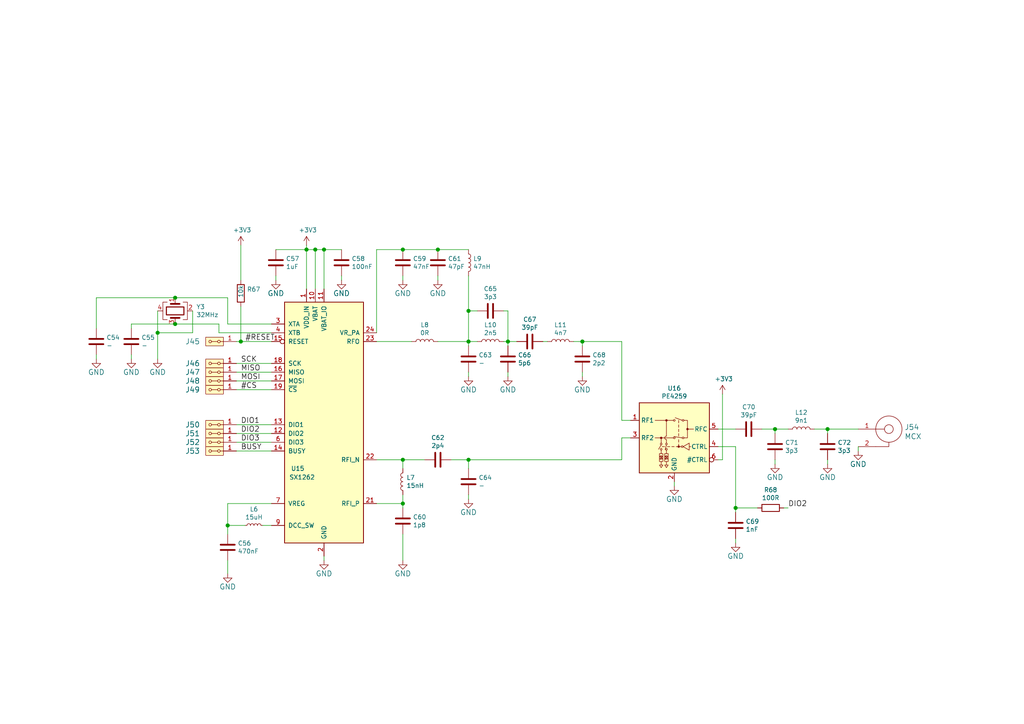
<source format=kicad_sch>
(kicad_sch (version 20231120) (generator "eeschema") (generator_version "8.0")
  (paper "A4")
  (lib_symbols
    (symbol "Device:C" (pin_numbers hide) (pin_names (offset 0.254))
      (property "Reference" "C" (at 0.635 2.54 0))
      (property "Value" "C" (at 0.635 -2.54 0))
      (symbol "C_0_1"
        (polyline (pts (xy -2.032 -0.762) (xy 2.032 -0.762)) (stroke (width 0.508)))
        (polyline (pts (xy -2.032 0.762) (xy 2.032 0.762)) (stroke (width 0.508)))
      )
      (symbol "C_1_1"
        (pin passive line (at 0 3.81 270) (length 2.794) (name "~") (number "1"))
        (pin passive line (at 0 -3.81 90) (length 2.794) (name "~") (number "2"))
      )
    )
    (symbol "Device:R" (pin_numbers hide) (pin_names (offset 0))
      (property "Reference" "R" (at 2.032 0 90))
      (property "Value" "R" (at 0 0 90))
      (symbol "R_0_1"
        (rectangle (start -1.016 -2.54) (end 1.016 2.54) (stroke (width 0.254)))
      )
      (symbol "R_1_1"
        (pin passive line (at 0 3.81 270) (length 1.27) (name "~") (number "1"))
        (pin passive line (at 0 -3.81 90) (length 1.27) (name "~") (number "2"))
      )
    )
    (symbol "ISM02A-rescue:C-Device-ISM02A-rescue" (pin_numbers hide) (pin_names (offset 0.254))
      (property "Reference" "C" (at 0.635 2.54 0))
      (property "Value" "C-Device-ISM02A-rescue" (at 0.635 -2.54 0))
      (symbol "C-Device-ISM02A-rescue_0_1"
        (polyline (pts (xy -2.032 -0.762) (xy 2.032 -0.762)) (stroke (width 0.508)))
        (polyline (pts (xy -2.032 0.762) (xy 2.032 0.762)) (stroke (width 0.508)))
      )
      (symbol "C-Device-ISM02A-rescue_1_1"
        (pin passive line (at 0 3.81 270) (length 2.794) (name "~") (number "1"))
        (pin passive line (at 0 -3.81 90) (length 2.794) (name "~") (number "2"))
      )
    )
    (symbol "ISM02A-rescue:Crystal_GND24-Device-ISM02A-rescue" (pin_names (offset 1.016) hide)
      (property "Reference" "Y" (at 3.175 5.08 0))
      (property "Value" "Crystal_GND24-Device-ISM02A-rescue" (at 3.175 3.175 0))
      (symbol "Crystal_GND24-Device-ISM02A-rescue_0_1"
        (rectangle (start -1.143 2.54) (end 1.143 -2.54) (stroke (width 0.3048)))
        (polyline (pts (xy -2.54 0) (xy -2.032 0)))
        (polyline (pts (xy -2.032 -1.27) (xy -2.032 1.27)) (stroke (width 0.508)))
        (polyline (pts (xy 0 -3.81) (xy 0 -3.556)))
        (polyline (pts (xy 0 3.556) (xy 0 3.81)))
        (polyline (pts (xy 2.032 -1.27) (xy 2.032 1.27)) (stroke (width 0.508)))
        (polyline (pts (xy 2.032 0) (xy 2.54 0)))
        (polyline (pts (xy -2.54 -2.286) (xy -2.54 -3.556) (xy 2.54 -3.556) (xy 2.54 -2.286)))
        (polyline (pts (xy -2.54 2.286) (xy -2.54 3.556) (xy 2.54 3.556) (xy 2.54 2.286)))
      )
      (symbol "Crystal_GND24-Device-ISM02A-rescue_1_1"
        (pin passive line (at -3.81 0 0) (length 1.27) (name "1") (number "1"))
        (pin passive line (at 0 5.08 270) (length 1.27) (name "2") (number "2"))
        (pin passive line (at 3.81 0 180) (length 1.27) (name "3") (number "3"))
        (pin passive line (at 0 -5.08 90) (length 1.27) (name "4") (number "4"))
      )
    )
    (symbol "ISM02A-rescue:HEADER_2x01_PARALLEL-MLAB_HEADER" (pin_names (offset 1.016))
      (property "Reference" "J" (at 0 -2.54 0))
      (property "Value" "HEADER_2x01_PARALLEL-MLAB_HEADER" (at 0 2.54 0))
      (symbol "HEADER_2x01_PARALLEL-MLAB_HEADER_0_1"
        (rectangle (start -2.54 1.27) (end 2.54 -1.27) (fill (type background)))
        (circle (center -1.27 0) (radius 0.381))
        (polyline (pts (xy -1.651 0) (xy -2.54 0)))
        (polyline (pts (xy -0.889 0) (xy 0.889 0)))
        (circle (center 1.27 0) (radius 0.381))
      )
      (symbol "HEADER_2x01_PARALLEL-MLAB_HEADER_1_1"
        (pin input line (at -6.35 0 0) (length 3.81) (name "~") (number "1"))
        (pin input line (at -6.35 0 0) (length 3.81) hide (name "~") (number "2"))
      )
    )
    (symbol "ISM02A-rescue:L-Device-ISM02A-rescue" (pin_numbers hide) (pin_names (offset 1.016) hide)
      (property "Reference" "L" (at -1.27 0 90))
      (property "Value" "L-Device-ISM02A-rescue" (at 1.905 0 90))
      (symbol "L-Device-ISM02A-rescue_0_1"
        (arc (start 0 -2.54) (mid 0.6323 -1.905) (end 0 -1.27))
        (arc (start 0 -1.27) (mid 0.6323 -0.635) (end 0 0))
        (arc (start 0 0) (mid 0.6323 0.635) (end 0 1.27))
        (arc (start 0 1.27) (mid 0.6323 1.905) (end 0 2.54))
      )
      (symbol "L-Device-ISM02A-rescue_1_1"
        (pin passive line (at 0 3.81 270) (length 1.27) (name "1") (number "1"))
        (pin passive line (at 0 -3.81 90) (length 1.27) (name "2") (number "2"))
      )
    )
    (symbol "ISM02A-rescue:L_Small-Device-ISM02A-rescue" (pin_numbers hide) (pin_names (offset 0.254) hide)
      (property "Reference" "L" (at 0.762 1.016 0))
      (property "Value" "L_Small-Device-ISM02A-rescue" (at 0.762 -1.016 0))
      (symbol "L_Small-Device-ISM02A-rescue_0_1"
        (arc (start 0 -2.032) (mid 0.5058 -1.524) (end 0 -1.016))
        (arc (start 0 -1.016) (mid 0.5058 -0.508) (end 0 0))
        (arc (start 0 0) (mid 0.5058 0.508) (end 0 1.016))
        (arc (start 0 1.016) (mid 0.5058 1.524) (end 0 2.032))
      )
      (symbol "L_Small-Device-ISM02A-rescue_1_1"
        (pin passive line (at 0 2.54 270) (length 0.508) (name "~") (number "1"))
        (pin passive line (at 0 -2.54 90) (length 0.508) (name "~") (number "2"))
      )
    )
    (symbol "ISM02A-rescue:R-Device-ISM02A-rescue" (pin_numbers hide) (pin_names (offset 0))
      (property "Reference" "R" (at 2.032 0 90))
      (property "Value" "R-Device-ISM02A-rescue" (at 0 0 90))
      (symbol "R-Device-ISM02A-rescue_0_1"
        (rectangle (start -1.016 -2.54) (end 1.016 2.54) (stroke (width 0.254)))
      )
      (symbol "R-Device-ISM02A-rescue_1_1"
        (pin passive line (at 0 3.81 270) (length 1.27) (name "~") (number "1"))
        (pin passive line (at 0 -3.81 90) (length 1.27) (name "~") (number "2"))
      )
    )
    (symbol "ISM02A-rescue:SMA-MLAB_CONNECTORS" (pin_names (offset 1.016))
      (property "Reference" "J" (at 0 5.08 0))
      (property "Value" "SMA-MLAB_CONNECTORS" (at 3.81 -5.08 0))
      (symbol "SMA-MLAB_CONNECTORS_0_1"
        (polyline (pts (xy -1.27 0) (xy -3.81 0)))
        (polyline (pts (xy 0 -3.81) (xy 0 -5.08) (xy -3.81 -5.08)))
        (circle (center 0 0) (radius 1.27))
        (circle (center 0 0) (radius 3.81))
      )
      (symbol "SMA-MLAB_CONNECTORS_1_1"
        (pin unspecified line (at -8.89 0 0) (length 5.08) (name "~") (number "1"))
        (pin unspecified line (at -8.89 -5.08 0) (length 5.08) (name "~") (number "2"))
      )
    )
    (symbol "ISM02A-rescue:SX1262-MLAB_IO-ISM02A-rescue" (pin_names (offset 1.016))
      (property "Reference" "U" (at -15.24 25.4 0))
      (property "Value" "SX1262-MLAB_IO-ISM02A-rescue" (at -15.24 22.86 0))
      (symbol "SX1262-MLAB_IO-ISM02A-rescue_0_1"
        (rectangle (start -11.43 21.59) (end 11.43 -48.26) (stroke (width 0.254)) (fill (type background)))
      )
      (symbol "SX1262-MLAB_IO-ISM02A-rescue_1_1"
        (pin power_in line (at -5.08 25.4 270) (length 3.81) (name "VDD_IN") (number "1"))
        (pin power_in line (at -2.54 25.4 270) (length 3.81) (name "VBAT") (number "10"))
        (pin power_in line (at 0 25.4 270) (length 3.81) (name "VBAT_IO") (number "11"))
        (pin bidirectional line (at -15.24 -16.51 0) (length 3.81) (name "DIO2") (number "12"))
        (pin bidirectional line (at -15.24 -13.97 0) (length 3.81) (name "DIO1") (number "13"))
        (pin passive line (at -15.24 -21.59 0) (length 3.81) (name "BUSY") (number "14"))
        (pin input inverted (at -15.24 10.16 0) (length 3.81) (name "RESET") (number "15"))
        (pin output line (at -15.24 1.27 0) (length 3.81) (name "MISO") (number "16"))
        (pin input line (at -15.24 -1.27 0) (length 3.81) (name "MOSI") (number "17"))
        (pin input line (at -15.24 3.81 0) (length 3.81) (name "SCK") (number "18"))
        (pin input line (at -15.24 -3.81 0) (length 3.81) (name "~{CS}") (number "19"))
        (pin power_in line (at 0 -52.07 90) (length 3.81) (name "GND") (number "2"))
        (pin passive line (at 0 -52.07 90) (length 3.81) hide (name "GND") (number "20"))
        (pin input line (at 15.24 -36.83 180) (length 3.81) (name "RFI_P") (number "21"))
        (pin input line (at 15.24 -24.13 180) (length 3.81) (name "RFI_N") (number "22"))
        (pin output line (at 15.24 10.16 180) (length 3.81) (name "RFO") (number "23"))
        (pin unspecified line (at 15.24 12.7 180) (length 3.81) (name "VR_PA") (number "24"))
        (pin power_in line (at 0 -52.07 90) (length 3.81) hide (name "GND") (number "25"))
        (pin bidirectional line (at -15.24 15.24 0) (length 3.81) (name "XTA") (number "3"))
        (pin bidirectional line (at -15.24 12.7 0) (length 3.81) (name "XTB") (number "4"))
        (pin passive line (at 0 -52.07 90) (length 3.81) hide (name "GND") (number "5"))
        (pin bidirectional line (at -15.24 -19.05 0) (length 3.81) (name "DIO3") (number "6"))
        (pin passive line (at -15.24 -36.83 0) (length 3.81) (name "VREG") (number "7"))
        (pin passive line (at 0 -52.07 90) (length 3.81) hide (name "GND") (number "8"))
        (pin passive line (at -15.24 -43.18 0) (length 3.81) (name "DCC_SW") (number "9"))
      )
    )
    (symbol "MLAB_IO:PE4259"
      (property "Reference" "U" (at -10.16 11.43 0))
      (property "Value" "PE4259" (at 1.27 11.43 0))
      (symbol "PE4259_0_0"
        (rectangle (start -10.16 10.16) (end 10.16 -10.16) (stroke (width 0.254)) (fill (type background)))
        (circle (center -3.81 2.54) (radius 0.254) (fill (type outline)))
        (circle (center -2.286 -2.54) (radius 0.254))
        (circle (center -1.27 -2.54) (radius 0.254) (fill (type outline)))
        (polyline (pts (xy -4.318 -2.54) (xy -4.826 -2.54)))
        (polyline (pts (xy -3.81 2.54) (xy -5.588 2.54)))
        (polyline (pts (xy -1.27 -2.54) (xy -1.27 -1.778)))
        (polyline (pts (xy -1.27 -1.27) (xy -1.27 -0.508)))
        (polyline (pts (xy -1.27 1.27) (xy -1.27 0.508)))
        (polyline (pts (xy -1.27 2.54) (xy -1.27 1.778)))
        (polyline (pts (xy -1.27 3.81) (xy -1.27 3.048)))
        (polyline (pts (xy -1.27 5.08) (xy -1.27 4.318)))
        (polyline (pts (xy -0.508 -2.54) (xy -2.032 -2.54)))
        (polyline (pts (xy 0 -2.54) (xy 0.762 -2.54)))
        (polyline (pts (xy 0.254 0) (xy 5.588 0)))
        (polyline (pts (xy 0.254 5.08) (xy 5.588 5.08)))
        (polyline (pts (xy 2.032 -2.54) (xy 1.27 -2.54)))
        (polyline (pts (xy 2.286 0.508) (xy 2.286 5.08)))
        (polyline (pts (xy 3.556 -2.54) (xy 2.794 -2.54)))
        (polyline (pts (xy -4.318 -1.524) (xy -4.318 -3.556) (xy -2.54 -2.54) (xy -4.318 -1.524)))
        (polyline (pts (xy -2.794 0) (xy -3.81 0) (xy -3.81 5.08) (xy -2.794 5.08)))
        (arc (start 2.286 -0.508) (mid 2.7918 0) (end 2.286 0.508))
        (text "50" (at 2.286 -5.715 900) (effects (font (size 0.635 0.635))))
        (text "50" (at 3.81 -5.715 900) (effects (font (size 0.635 0.635))))
      )
      (symbol "PE4259_0_1"
        (circle (center -2.54 0) (radius 0.254))
        (circle (center -2.54 5.08) (radius 0.254))
        (polyline (pts (xy -2.286 0) (xy 0.127 0.381)))
        (polyline (pts (xy -2.286 5.08) (xy -0.254 5.842)))
        (polyline (pts (xy 2.286 -3.556) (xy 2.286 -4.572)))
        (polyline (pts (xy 2.286 -2.032) (xy 2.667 -3.429)))
        (polyline (pts (xy 2.286 -0.508) (xy 2.286 -1.524)))
        (polyline (pts (xy 3.81 -3.556) (xy 3.81 -4.572)))
        (polyline (pts (xy 3.81 -2.032) (xy 4.572 -3.302)))
        (polyline (pts (xy 3.81 0) (xy 3.81 -1.524)))
        (polyline (pts (xy 2.286 -6.858) (xy 2.286 -7.874) (xy 1.778 -7.874) (xy 2.286 -8.636) (xy 2.794 -7.874) (xy 2.286 -7.874)))
        (polyline (pts (xy 3.81 -6.858) (xy 3.81 -7.874) (xy 3.302 -7.874) (xy 3.81 -8.636) (xy 4.318 -7.874) (xy 3.81 -7.874)))
        (circle (center 0 0) (radius 0.254))
        (circle (center 0 5.08) (radius 0.254))
        (rectangle (start 1.778 -4.572) (end 2.794 -6.858))
        (circle (center 2.286 -3.302) (radius 0.254))
        (circle (center 2.286 -1.778) (radius 0.254))
        (circle (center 2.286 5.08) (radius 0.254) (fill (type outline)))
        (rectangle (start 3.302 -4.572) (end 4.318 -6.858))
        (circle (center 3.81 -3.302) (radius 0.254))
        (circle (center 3.81 -1.778) (radius 0.254))
        (circle (center 3.81 0) (radius 0.254) (fill (type outline)))
      )
      (symbol "PE4259_1_1"
        (pin passive line (at 12.7 5.08 180) (length 2.54) (name "RF1") (number "1"))
        (pin passive line (at 0 -12.7 90) (length 2.54) (name "GND") (number "2"))
        (pin passive line (at 12.7 0 180) (length 2.54) (name "RF2") (number "3"))
        (pin input line (at -12.7 -2.54 0) (length 2.54) (name "CTRL") (number "4"))
        (pin passive line (at -12.7 2.54 0) (length 2.54) (name "RFC") (number "5"))
        (pin input inverted (at -12.7 -6.35 0) (length 2.54) (name "#CTRL") (number "6"))
      )
    )
    (symbol "power:+3.3V" (power) (pin_names (offset 0))
      (property "Value" "+3.3V" (at 0 3.556 0))
      (symbol "+3.3V_0_1"
        (polyline (pts (xy -0.762 1.27) (xy 0 2.54)))
        (polyline (pts (xy 0 0) (xy 0 2.54)))
        (polyline (pts (xy 0 2.54) (xy 0.762 1.27)))
      )
      (symbol "+3.3V_1_1"
        (pin power_in line (at 0 0 90) (length 0) hide (name "+3V3") (number "1"))
      )
    )
    (symbol "power:GND" (power) (pin_names (offset 0))
      (property "Value" "GND" (at 0 -3.81 0))
      (symbol "GND_0_1"
        (polyline (pts (xy 0 0) (xy 0 -1.27) (xy 1.27 -1.27) (xy 0 -2.54) (xy -1.27 -1.27) (xy 0 -1.27)))
      )
      (symbol "GND_1_1"
        (pin power_in line (at 0 0 270) (length 0) hide (name "GND") (number "1"))
      )
    )
  )
  (junction (at 69.85 99.06) (diameter 1.016))
  (junction (at 93.98 72.39) (diameter 1.016))
  (junction (at 168.91 99.06) (diameter 1.016))
  (junction (at 91.44 72.39) (diameter 1.016))
  (junction (at 224.79 124.46) (diameter 1.016))
  (junction (at 147.32 99.06) (diameter 1.016))
  (junction (at 213.36 147.32) (diameter 1.016))
  (junction (at 66.04 152.4) (diameter 1.016))
  (junction (at 45.72 96.52) (diameter 1.016))
  (junction (at 50.8 93.98) (diameter 1.016))
  (junction (at 240.03 124.46) (diameter 1.016))
  (junction (at 50.8 86.36) (diameter 1.016))
  (junction (at 116.84 146.05) (diameter 1.016))
  (junction (at 135.89 133.35) (diameter 1.016))
  (junction (at 127 72.39) (diameter 1.016))
  (junction (at 135.89 99.06) (diameter 1.016))
  (junction (at 116.84 72.39) (diameter 1.016))
  (junction (at 135.89 90.17) (diameter 1.016))
  (junction (at 88.9 72.39) (diameter 1.016))
  (junction (at 116.84 133.35) (diameter 1.016))
  (wire (pts (xy 135.89 90.17) (xy 138.43 90.17)))
  (wire (pts (xy 195.58 139.7) (xy 195.58 140.97)))
  (wire (pts (xy 109.22 133.35) (xy 116.84 133.35)))
  (wire (pts (xy 55.88 90.17) (xy 55.88 96.52)))
  (wire (pts (xy 38.1 93.98) (xy 38.1 95.25)))
  (wire (pts (xy 116.84 80.01) (xy 116.84 81.28)))
  (wire (pts (xy 69.85 99.06) (xy 78.74 99.06)))
  (wire (pts (xy 63.5 93.98) (xy 63.5 96.52)))
  (wire (pts (xy 109.22 96.52) (xy 109.22 72.39)))
  (wire (pts (xy 27.94 102.87) (xy 27.94 104.14)))
  (wire (pts (xy 208.28 129.54) (xy 213.36 129.54)))
  (wire (pts (xy 68.58 113.03) (xy 78.74 113.03)))
  (wire (pts (xy 88.9 72.39) (xy 91.44 72.39)))
  (wire (pts (xy 135.89 133.35) (xy 135.89 135.89)))
  (wire (pts (xy 220.98 124.46) (xy 224.79 124.46)))
  (wire (pts (xy 88.9 72.39) (xy 88.9 83.82)))
  (wire (pts (xy 135.89 99.06) (xy 138.43 99.06)))
  (wire (pts (xy 45.72 96.52) (xy 45.72 104.14)))
  (wire (pts (xy 99.06 80.01) (xy 99.06 81.28)))
  (wire (pts (xy 45.72 90.17) (xy 45.72 96.52)))
  (wire (pts (xy 66.04 93.98) (xy 66.04 86.36)))
  (wire (pts (xy 109.22 146.05) (xy 116.84 146.05)))
  (wire (pts (xy 135.89 99.06) (xy 127 99.06)))
  (wire (pts (xy 168.91 100.33) (xy 168.91 99.06)))
  (wire (pts (xy 116.84 154.94) (xy 116.84 162.56)))
  (wire (pts (xy 168.91 107.95) (xy 168.91 109.22)))
  (wire (pts (xy 146.05 99.06) (xy 147.32 99.06)))
  (wire (pts (xy 127 80.01) (xy 127 81.28)))
  (wire (pts (xy 209.55 114.3) (xy 209.55 133.35)))
  (wire (pts (xy 116.84 146.05) (xy 116.84 143.51)))
  (wire (pts (xy 180.34 133.35) (xy 180.34 127)))
  (wire (pts (xy 66.04 152.4) (xy 66.04 154.94)))
  (wire (pts (xy 213.36 129.54) (xy 213.36 147.32)))
  (wire (pts (xy 127 72.39) (xy 135.89 72.39)))
  (wire (pts (xy 80.01 80.01) (xy 80.01 81.28)))
  (wire (pts (xy 78.74 146.05) (xy 66.04 146.05)))
  (wire (pts (xy 27.94 86.36) (xy 27.94 95.25)))
  (wire (pts (xy 147.32 90.17) (xy 147.32 99.06)))
  (wire (pts (xy 93.98 161.29) (xy 93.98 162.56)))
  (wire (pts (xy 68.58 123.19) (xy 78.74 123.19)))
  (wire (pts (xy 116.84 133.35) (xy 123.19 133.35)))
  (wire (pts (xy 213.36 147.32) (xy 219.71 147.32)))
  (wire (pts (xy 147.32 107.95) (xy 147.32 109.22)))
  (wire (pts (xy 116.84 72.39) (xy 127 72.39)))
  (wire (pts (xy 116.84 146.05) (xy 116.84 147.32)))
  (wire (pts (xy 168.91 99.06) (xy 180.34 99.06)))
  (wire (pts (xy 109.22 72.39) (xy 116.84 72.39)))
  (wire (pts (xy 68.58 105.41) (xy 78.74 105.41)))
  (wire (pts (xy 68.58 125.73) (xy 78.74 125.73)))
  (wire (pts (xy 88.9 71.12) (xy 88.9 72.39)))
  (wire (pts (xy 66.04 146.05) (xy 66.04 152.4)))
  (wire (pts (xy 93.98 72.39) (xy 93.98 83.82)))
  (wire (pts (xy 91.44 72.39) (xy 91.44 83.82)))
  (wire (pts (xy 55.88 96.52) (xy 45.72 96.52)))
  (wire (pts (xy 213.36 147.32) (xy 213.36 148.59)))
  (wire (pts (xy 240.03 124.46) (xy 240.03 125.73)))
  (wire (pts (xy 68.58 128.27) (xy 78.74 128.27)))
  (wire (pts (xy 69.85 71.12) (xy 69.85 81.28)))
  (wire (pts (xy 180.34 127) (xy 182.88 127)))
  (wire (pts (xy 236.22 124.46) (xy 240.03 124.46)))
  (wire (pts (xy 208.28 133.35) (xy 209.55 133.35)))
  (wire (pts (xy 224.79 124.46) (xy 228.6 124.46)))
  (wire (pts (xy 38.1 93.98) (xy 50.8 93.98)))
  (wire (pts (xy 135.89 90.17) (xy 135.89 99.06)))
  (wire (pts (xy 27.94 86.36) (xy 50.8 86.36)))
  (wire (pts (xy 248.92 129.54) (xy 248.92 130.81)))
  (wire (pts (xy 66.04 162.56) (xy 66.04 166.37)))
  (wire (pts (xy 224.79 133.35) (xy 224.79 134.62)))
  (wire (pts (xy 240.03 124.46) (xy 248.92 124.46)))
  (wire (pts (xy 135.89 80.01) (xy 135.89 90.17)))
  (wire (pts (xy 116.84 135.89) (xy 116.84 133.35)))
  (wire (pts (xy 38.1 102.87) (xy 38.1 104.14)))
  (wire (pts (xy 157.48 99.06) (xy 158.75 99.06)))
  (wire (pts (xy 213.36 156.21) (xy 213.36 157.48)))
  (wire (pts (xy 180.34 121.92) (xy 182.88 121.92)))
  (wire (pts (xy 147.32 99.06) (xy 147.32 100.33)))
  (wire (pts (xy 135.89 107.95) (xy 135.89 109.22)))
  (wire (pts (xy 147.32 99.06) (xy 149.86 99.06)))
  (wire (pts (xy 80.01 72.39) (xy 88.9 72.39)))
  (wire (pts (xy 91.44 72.39) (xy 93.98 72.39)))
  (wire (pts (xy 224.79 125.73) (xy 224.79 124.46)))
  (wire (pts (xy 130.81 133.35) (xy 135.89 133.35)))
  (wire (pts (xy 93.98 72.39) (xy 99.06 72.39)))
  (wire (pts (xy 78.74 152.4) (xy 76.2 152.4)))
  (wire (pts (xy 208.28 124.46) (xy 213.36 124.46)))
  (wire (pts (xy 68.58 110.49) (xy 78.74 110.49)))
  (wire (pts (xy 166.37 99.06) (xy 168.91 99.06)))
  (wire (pts (xy 69.85 88.9) (xy 69.85 99.06)))
  (wire (pts (xy 146.05 90.17) (xy 147.32 90.17)))
  (wire (pts (xy 180.34 99.06) (xy 180.34 121.92)))
  (wire (pts (xy 71.12 152.4) (xy 66.04 152.4)))
  (wire (pts (xy 50.8 93.98) (xy 63.5 93.98)))
  (wire (pts (xy 135.89 143.51) (xy 135.89 144.78)))
  (wire (pts (xy 78.74 93.98) (xy 66.04 93.98)))
  (wire (pts (xy 109.22 99.06) (xy 119.38 99.06)))
  (wire (pts (xy 50.8 86.36) (xy 66.04 86.36)))
  (wire (pts (xy 135.89 133.35) (xy 180.34 133.35)))
  (wire (pts (xy 68.58 107.95) (xy 78.74 107.95)))
  (wire (pts (xy 68.58 130.81) (xy 78.74 130.81)))
  (wire (pts (xy 227.33 147.32) (xy 228.6 147.32)))
  (wire (pts (xy 135.89 99.06) (xy 135.89 100.33)))
  (wire (pts (xy 240.03 133.35) (xy 240.03 134.62)))
  (wire (pts (xy 63.5 96.52) (xy 78.74 96.52)))
  (wire (pts (xy 68.58 99.06) (xy 69.85 99.06)))
  (label "MOSI" (at 69.85 110.49 0) (effects (font (size 1.524 1.524))))
  (label "BUSY" (at 69.85 130.81 0) (effects (font (size 1.524 1.524))))
  (label "MISO" (at 69.85 107.95 0) (effects (font (size 1.524 1.524))))
  (label "DIO2" (at 69.85 125.73 0) (effects (font (size 1.524 1.524))))
  (label "DIO1" (at 69.85 123.19 0) (effects (font (size 1.524 1.524))))
  (label "SCK" (at 69.85 105.41 0) (effects (font (size 1.524 1.524))))
  (label "#RESET" (at 71.12 99.06 0) (effects (font (size 1.524 1.524))))
  (label "DIO3" (at 69.85 128.27 0) (effects (font (size 1.524 1.524))))
  (label "#CS" (at 69.85 113.03 0) (effects (font (size 1.524 1.524))))
  (label "DIO2" (at 228.6 147.32 0) (effects (font (size 1.524 1.524))))
  (symbol (lib_id "power:GND") (at 135.89 144.78 0) (unit 1)
    (property "Reference" "#PWR0178" (effects (hide yes)))
    (property "Value" "GND" (at 135.89 148.59 0) (effects (font (size 1.524 1.524))))
  )
  (symbol (lib_id "ISM02A-rescue:Crystal_GND24-Device-ISM02A-rescue") (at 50.8 90.17 270) (unit 1)
    (property "Reference" "Y3" (at 56.9214 89.0016 90) (effects (justify left)))
    (property "Value" "32MHz" (at 56.9214 91.313 90) (effects (justify left)))
    (property "Footprint" "Mlab_XTAL:Crystal_SMD_NX2016SA" (effects (hide yes)))
    (property "MFPN" "NX2016SA-32M-EXS00A-CS06465" (effects (hide yes)))
    (property "UST_ID" "5dad592b128750448eca19b2" (effects (hide yes)))
  )
  (symbol (lib_id "ISM02A-rescue:R-Device-ISM02A-rescue") (at 69.85 85.09 0) (unit 1)
    (property "Reference" "R67" (at 71.628 83.9216 0) (effects (justify left)))
    (property "Value" "10k" (at 69.85 86.36 90) (effects (justify left)))
    (property "Footprint" "Mlab_R:SMD-0603" (effects (hide yes)))
    (property "UST_ID" "5c70984512875079b91f8962" (effects (hide yes)))
  )
  (symbol (lib_id "ISM02A-rescue:C-Device-ISM02A-rescue") (at 142.24 90.17 270) (unit 1)
    (property "Reference" "C65" (at 142.24 83.7692 90))
    (property "Value" "3p3" (at 142.24 86.0806 90))
    (property "Footprint" "Capacitor_SMD:C_0603_1608Metric_Pad1.05x0.95mm_HandSolder" (effects (hide yes)))
    (property "MFPN" "C0G 0,1pF 50V" (effects (hide yes)))
    (property "UST_ID" "5cd09016128750448e45434f" (effects (hide yes)))
  )
  (symbol (lib_id "power:GND") (at 168.91 109.22 0) (unit 1)
    (property "Reference" "#PWR0180" (effects (hide yes)))
    (property "Value" "GND" (at 168.91 113.03 0) (effects (font (size 1.524 1.524))))
  )
  (symbol (lib_id "ISM02A-rescue:SX1262-MLAB_IO-ISM02A-rescue") (at 93.98 109.22 0) (unit 1)
    (property "Reference" "U15" (at 86.36 135.89 0))
    (property "Value" "SX1262" (at 87.63 138.43 0))
    (property "Footprint" "Package_DFN_QFN:QFN-24-1EP_4x4mm_P0.5mm_EP2.6x2.6mm_ThermalVias" (effects (hide yes)))
    (property "UST_ID" "5dad5866128750448eca19a4" (effects (hide yes)))
  )
  (symbol (lib_id "ISM02A-rescue:L_Small-Device-ISM02A-rescue") (at 73.66 152.4 90) (unit 1)
    (property "Reference" "L6" (at 73.66 147.701 90))
    (property "Value" "15uH" (at 73.66 150.0124 90))
    (property "Footprint" "Mlab_R:SMD-0805" (effects (hide yes)))
    (property "MFPN" "MLZ2012M150W 0805" (effects (hide yes)))
    (property "UST_ID" "5dad55e8128750448eca1941" (effects (hide yes)))
  )
  (symbol (lib_id "ISM02A-rescue:C-Device-ISM02A-rescue") (at 27.94 99.06 0) (unit 1)
    (property "Reference" "C54" (at 30.861 97.8916 0) (effects (justify left)))
    (property "Value" "-" (at 30.861 100.203 0) (effects (justify left)))
    (property "Footprint" "Capacitor_SMD:C_0603_1608Metric_Pad1.05x0.95mm_HandSolder" (effects (hide yes)))
  )
  (symbol (lib_id "ISM02A-rescue:C-Device-ISM02A-rescue") (at 168.91 104.14 0) (unit 1)
    (property "Reference" "C68" (at 171.831 102.9716 0) (effects (justify left)))
    (property "Value" "2p2" (at 171.831 105.283 0) (effects (justify left)))
    (property "Footprint" "Capacitor_SMD:C_0603_1608Metric_Pad1.05x0.95mm_HandSolder" (effects (hide yes)))
    (property "MFPN" "C0G 0,1pF 50V" (effects (hide yes)))
    (property "UST_ID" "5c70984812875079b91f8bdd" (effects (hide yes)))
  )
  (symbol (lib_id "Device:C") (at 213.36 152.4 0) (unit 1)
    (property "Reference" "C69" (at 216.2811 151.2506 0) (effects (justify left)))
    (property "Value" "1nF" (at 216.281 153.549 0) (effects (justify left)))
    (property "Footprint" "Capacitor_SMD:C_0603_1608Metric_Pad1.05x0.95mm_HandSolder" (effects (hide yes)))
    (property "UST_ID" "5c70984812875079b91f8bec" (effects (hide yes)))
  )
  (symbol (lib_id "power:GND") (at 80.01 81.28 0) (unit 1)
    (property "Reference" "#PWR0170" (effects (hide yes)))
    (property "Value" "GND" (at 80.01 85.09 0) (effects (font (size 1.524 1.524))))
  )
  (symbol (lib_id "power:+3.3V") (at 88.9 71.12 0) (unit 1)
    (property "Reference" "#PWR0171" (effects (hide yes)))
    (property "Value" "+3V3" (at 89.281 66.7258 0))
  )
  (symbol (lib_id "ISM02A-rescue:HEADER_2x01_PARALLEL-MLAB_HEADER") (at 62.23 128.27 180) (unit 1)
    (property "Reference" "J52" (at 55.88 128.27 0) (effects (font (size 1.524 1.524))))
    (property "Value" "HEADER_2x01_PARALLEL" (effects (hide yes)))
    (property "Footprint" "Mlab_Pin_Headers:Straight_2x01" (effects (hide yes)))
  )
  (symbol (lib_id "power:GND") (at 45.72 104.14 0) (unit 1)
    (property "Reference" "#PWR0167" (effects (hide yes)))
    (property "Value" "GND" (at 45.72 107.95 0) (effects (font (size 1.524 1.524))))
  )
  (symbol (lib_id "power:GND") (at 127 81.28 0) (unit 1)
    (property "Reference" "#PWR0176" (effects (hide yes)))
    (property "Value" "GND" (at 127 85.09 0) (effects (font (size 1.524 1.524))))
  )
  (symbol (lib_id "power:GND") (at 135.89 109.22 0) (unit 1)
    (property "Reference" "#PWR0177" (effects (hide yes)))
    (property "Value" "GND" (at 135.89 113.03 0) (effects (font (size 1.524 1.524))))
  )
  (symbol (lib_id "power:GND") (at 213.36 157.48 0) (unit 1)
    (property "Reference" "#PWR0183" (effects (hide yes)))
    (property "Value" "GND" (at 213.36 161.29 0) (effects (font (size 1.524 1.524))))
  )
  (symbol (lib_id "power:GND") (at 99.06 81.28 0) (unit 1)
    (property "Reference" "#PWR0173" (effects (hide yes)))
    (property "Value" "GND" (at 99.06 85.09 0) (effects (font (size 1.524 1.524))))
  )
  (symbol (lib_id "ISM02A-rescue:C-Device-ISM02A-rescue") (at 127 76.2 0) (unit 1)
    (property "Reference" "C61" (at 129.921 75.0316 0) (effects (justify left)))
    (property "Value" "47pF" (at 129.921 77.343 0) (effects (justify left)))
    (property "Footprint" "Capacitor_SMD:C_0603_1608Metric_Pad1.05x0.95mm_HandSolder" (effects (hide yes)))
    (property "MFPN" "C0G 5% 50V" (effects (hide yes)))
    (property "UST_ID" "5dad5314128750448eca18f7" (effects (hide yes)))
  )
  (symbol (lib_id "ISM02A-rescue:C-Device-ISM02A-rescue") (at 127 133.35 270) (unit 1)
    (property "Reference" "C62" (at 127 126.9492 90))
    (property "Value" "2p4" (at 127 129.2606 90))
    (property "Footprint" "Capacitor_SMD:C_0603_1608Metric_Pad1.05x0.95mm_HandSolder" (effects (hide yes)))
    (property "MFPN" "C0G 0,1pF 50V" (effects (hide yes)))
    (property "UST_ID" "5dad53d8128750448eca1906" (effects (hide yes)))
  )
  (symbol (lib_id "ISM02A-rescue:HEADER_2x01_PARALLEL-MLAB_HEADER") (at 62.23 113.03 180) (unit 1)
    (property "Reference" "J49" (at 55.88 113.03 0) (effects (font (size 1.524 1.524))))
    (property "Value" "HEADER_2x01_PARALLEL" (effects (hide yes)))
    (property "Footprint" "Mlab_Pin_Headers:Straight_2x01" (effects (hide yes)))
  )
  (symbol (lib_id "power:GND") (at 195.58 140.97 0) (unit 1)
    (property "Reference" "#PWR0181" (effects (hide yes)))
    (property "Value" "GND" (at 195.58 144.78 0) (effects (font (size 1.524 1.524))))
  )
  (symbol (lib_id "ISM02A-rescue:HEADER_2x01_PARALLEL-MLAB_HEADER") (at 62.23 107.95 180) (unit 1)
    (property "Reference" "J47" (at 55.88 107.95 0) (effects (font (size 1.524 1.524))))
    (property "Value" "HEADER_2x01_PARALLEL" (effects (hide yes)))
    (property "Footprint" "Mlab_Pin_Headers:Straight_2x01" (effects (hide yes)))
  )
  (symbol (lib_id "ISM02A-rescue:C-Device-ISM02A-rescue") (at 217.17 124.46 270) (unit 1)
    (property "Reference" "C70" (at 217.17 118.0592 90))
    (property "Value" "39pF" (at 217.17 120.3706 90))
    (property "Footprint" "Capacitor_SMD:C_0603_1608Metric_Pad1.05x0.95mm_HandSolder" (effects (hide yes)))
    (property "MFPN" "C0G 5% 50V" (effects (hide yes)))
    (property "UST_ID" "5dad549f128750448eca1926" (effects (hide yes)))
  )
  (symbol (lib_id "ISM02A-rescue:C-Device-ISM02A-rescue") (at 224.79 129.54 180) (unit 1)
    (property "Reference" "C71" (at 227.711 128.3716 0) (effects (justify right)))
    (property "Value" "3p3" (at 227.711 130.683 0) (effects (justify right)))
    (property "Footprint" "Capacitor_SMD:C_0603_1608Metric_Pad1.05x0.95mm_HandSolder" (effects (hide yes)))
    (property "MFPN" "C0G 0,1pF 50V" (effects (hide yes)))
    (property "UST_ID" "5cd09016128750448e45434f" (effects (hide yes)))
  )
  (symbol (lib_id "ISM02A-rescue:L-Device-ISM02A-rescue") (at 142.24 99.06 90) (unit 1)
    (property "Reference" "L10" (at 142.24 94.234 90))
    (property "Value" "2n5" (at 142.24 96.5454 90))
    (property "Footprint" "Inductor_SMD:L_0402_1005Metric" (effects (hide yes)))
    (property "MFPN" "LQW15AN2N5C00D" (effects (hide yes)))
    (property "UST_ID" "5dad56ff128750448eca1975" (effects (hide yes)))
  )
  (symbol (lib_id "ISM02A-rescue:HEADER_2x01_PARALLEL-MLAB_HEADER") (at 62.23 125.73 180) (unit 1)
    (property "Reference" "J51" (at 55.88 125.73 0) (effects (font (size 1.524 1.524))))
    (property "Value" "HEADER_2x01_PARALLEL" (effects (hide yes)))
    (property "Footprint" "Mlab_Pin_Headers:Straight_2x01" (effects (hide yes)))
  )
  (symbol (lib_id "ISM02A-rescue:C-Device-ISM02A-rescue") (at 147.32 104.14 0) (unit 1)
    (property "Reference" "C66" (at 150.241 102.9716 0) (effects (justify left)))
    (property "Value" "5p6" (at 150.241 105.283 0) (effects (justify left)))
    (property "Footprint" "Capacitor_SMD:C_0603_1608Metric_Pad1.05x0.95mm_HandSolder" (effects (hide yes)))
    (property "MFPN" "C0G 0,25pF 50V" (effects (hide yes)))
    (property "UST_ID" "5dad5450128750448eca1919" (effects (hide yes)))
  )
  (symbol (lib_id "ISM02A-rescue:L-Device-ISM02A-rescue") (at 116.84 139.7 180) (unit 1)
    (property "Reference" "L7" (at 117.8814 138.5316 0) (effects (justify right)))
    (property "Value" "15nH" (at 117.8814 140.843 0) (effects (justify right)))
    (property "Footprint" "Inductor_SMD:L_0402_1005Metric" (effects (hide yes)))
    (property "MFPN" "LQW15AN15NH00D" (effects (hide yes)))
    (property "UST_ID" "5dad566c128750448eca1959" (effects (hide yes)))
  )
  (symbol (lib_id "Device:R") (at 223.52 147.32 90) (unit 1)
    (property "Reference" "R68" (at 223.52 142.0938 90))
    (property "Value" "100R" (at 223.52 144.393 90))
    (property "Footprint" "Mlab_R:SMD-0603" (effects (hide yes)))
    (property "UST_ID" "5c70984512875079b91f8956" (effects (hide yes)))
  )
  (symbol (lib_id "ISM02A-rescue:SMA-MLAB_CONNECTORS") (at 257.81 124.46 0) (unit 1)
    (property "Reference" "J54" (at 262.3312 123.9012 0) (effects (font (size 1.524 1.524)) (justify left)))
    (property "Value" "MCX" (at 262.3312 126.5936 0) (effects (font (size 1.524 1.524)) (justify left)))
    (property "Footprint" "Mlab_CON:MCX" (effects (hide yes)))
  )
  (symbol (lib_id "power:GND") (at 93.98 162.56 0) (unit 1)
    (property "Reference" "#PWR0172" (effects (hide yes)))
    (property "Value" "GND" (at 93.98 166.37 0) (effects (font (size 1.524 1.524))))
  )
  (symbol (lib_id "power:+3.3V") (at 209.55 114.3 0) (unit 1)
    (property "Reference" "#PWR0182" (effects (hide yes)))
    (property "Value" "+3V3" (at 209.931 109.9058 0))
  )
  (symbol (lib_id "ISM02A-rescue:L-Device-ISM02A-rescue") (at 232.41 124.46 90) (unit 1)
    (property "Reference" "L12" (at 232.41 119.634 90))
    (property "Value" "9n1" (at 232.41 121.9454 90))
    (property "Footprint" "Inductor_SMD:L_0402_1005Metric" (effects (hide yes)))
    (property "MFPN" "LQW15AN9N1H00D" (effects (hide yes)))
    (property "UST_ID" "5dad5789128750448eca1995" (effects (hide yes)))
  )
  (symbol (lib_id "ISM02A-rescue:C-Device-ISM02A-rescue") (at 80.01 76.2 0) (unit 1)
    (property "Reference" "C57" (at 82.931 75.0316 0) (effects (justify left)))
    (property "Value" "1uF" (at 82.931 77.343 0) (effects (justify left)))
    (property "Footprint" "Capacitor_SMD:C_0603_1608Metric_Pad1.05x0.95mm_HandSolder" (effects (hide yes)))
    (property "UST_ID" "5c70984812875079b91f8bc2" (effects (hide yes)))
  )
  (symbol (lib_id "ISM02A-rescue:HEADER_2x01_PARALLEL-MLAB_HEADER") (at 62.23 110.49 180) (unit 1)
    (property "Reference" "J48" (at 55.88 110.49 0) (effects (font (size 1.524 1.524))))
    (property "Value" "HEADER_2x01_PARALLEL" (effects (hide yes)))
    (property "Footprint" "Mlab_Pin_Headers:Straight_2x01" (effects (hide yes)))
  )
  (symbol (lib_id "power:GND") (at 66.04 166.37 0) (unit 1)
    (property "Reference" "#PWR0168" (effects (hide yes)))
    (property "Value" "GND" (at 66.04 170.18 0) (effects (font (size 1.524 1.524))))
  )
  (symbol (lib_id "ISM02A-rescue:L-Device-ISM02A-rescue") (at 123.19 99.06 90) (unit 1)
    (property "Reference" "L8" (at 123.19 94.234 90))
    (property "Value" "0R" (at 123.19 96.5454 90))
    (property "Footprint" "Inductor_SMD:L_0402_1005Metric" (effects (hide yes)))
    (property "UST_ID" "5c70984512875079b91f8949" (effects (hide yes)))
  )
  (symbol (lib_id "ISM02A-rescue:C-Device-ISM02A-rescue") (at 66.04 158.75 0) (unit 1)
    (property "Reference" "C56" (at 68.961 157.5816 0) (effects (justify left)))
    (property "Value" "470nF" (at 68.961 159.893 0) (effects (justify left)))
    (property "Footprint" "Capacitor_SMD:C_0603_1608Metric_Pad1.05x0.95mm_HandSolder" (effects (hide yes)))
    (property "MFPN" "X5R 10% 10V" (effects (hide yes)))
    (property "UST_ID" "5dad50c1128750448eca18c6" (effects (hide yes)))
  )
  (symbol (lib_id "ISM02A-rescue:HEADER_2x01_PARALLEL-MLAB_HEADER") (at 62.23 130.81 180) (unit 1)
    (property "Reference" "J53" (at 55.88 130.81 0) (effects (font (size 1.524 1.524))))
    (property "Value" "HEADER_2x01_PARALLEL" (effects (hide yes)))
    (property "Footprint" "Mlab_Pin_Headers:Straight_2x01" (effects (hide yes)))
  )
  (symbol (lib_id "power:GND") (at 27.94 104.14 0) (unit 1)
    (property "Reference" "#PWR0165" (effects (hide yes)))
    (property "Value" "GND" (at 27.94 107.95 0) (effects (font (size 1.524 1.524))))
  )
  (symbol (lib_id "ISM02A-rescue:C-Device-ISM02A-rescue") (at 38.1 99.06 0) (unit 1)
    (property "Reference" "C55" (at 41.021 97.8916 0) (effects (justify left)))
    (property "Value" "-" (at 41.021 100.203 0) (effects (justify left)))
    (property "Footprint" "Capacitor_SMD:C_0603_1608Metric_Pad1.05x0.95mm_HandSolder" (effects (hide yes)))
  )
  (symbol (lib_id "ISM02A-rescue:C-Device-ISM02A-rescue") (at 116.84 76.2 0) (unit 1)
    (property "Reference" "C59" (at 119.761 75.0316 0) (effects (justify left)))
    (property "Value" "47nF" (at 119.761 77.343 0) (effects (justify left)))
    (property "Footprint" "Capacitor_SMD:C_0603_1608Metric_Pad1.05x0.95mm_HandSolder" (effects (hide yes)))
    (property "MFPN" "X7R 1% 16V" (effects (hide yes)))
    (property "UST_ID" "5dad51cf128750448eca18d8" (effects (hide yes)))
  )
  (symbol (lib_id "power:GND") (at 248.92 130.81 0) (unit 1)
    (property "Reference" "#PWR0186" (effects (hide yes)))
    (property "Value" "GND" (at 248.92 134.62 0) (effects (font (size 1.524 1.524))))
  )
  (symbol (lib_id "ISM02A-rescue:L-Device-ISM02A-rescue") (at 135.89 76.2 0) (unit 1)
    (property "Reference" "L9" (at 137.2362 75.0316 0) (effects (justify left)))
    (property "Value" "47nH" (at 137.2362 77.343 0) (effects (justify left)))
    (property "Footprint" "Inductor_SMD:L_0402_1005Metric" (effects (hide yes)))
    (property "MFPN" "LQW15AN47NJ00D" (effects (hide yes)))
    (property "UST_ID" "5dad56ba128750448eca1968" (effects (hide yes)))
  )
  (symbol (lib_id "power:GND") (at 38.1 104.14 0) (unit 1)
    (property "Reference" "#PWR0166" (effects (hide yes)))
    (property "Value" "GND" (at 38.1 107.95 0) (effects (font (size 1.524 1.524))))
  )
  (symbol (lib_id "power:GND") (at 224.79 134.62 0) (unit 1)
    (property "Reference" "#PWR0184" (effects (hide yes)))
    (property "Value" "GND" (at 224.79 138.43 0) (effects (font (size 1.524 1.524))))
  )
  (symbol (lib_id "ISM02A-rescue:C-Device-ISM02A-rescue") (at 116.84 151.13 0) (unit 1)
    (property "Reference" "C60" (at 119.761 149.9616 0) (effects (justify left)))
    (property "Value" "1p8" (at 119.761 152.273 0) (effects (justify left)))
    (property "Footprint" "Capacitor_SMD:C_0603_1608Metric_Pad1.05x0.95mm_HandSolder" (effects (hide yes)))
    (property "MFPN" "C0G 0,1pF 50V" (effects (hide yes)))
    (property "UST_ID" "5dad52a4128750448eca18e8" (effects (hide yes)))
  )
  (symbol (lib_id "ISM02A-rescue:HEADER_2x01_PARALLEL-MLAB_HEADER") (at 62.23 99.06 180) (unit 1)
    (property "Reference" "J45" (at 55.88 99.06 0) (effects (font (size 1.524 1.524))))
    (property "Value" "HEADER_2x01_PARALLEL" (effects (hide yes)))
    (property "Footprint" "Mlab_Pin_Headers:Straight_2x01" (effects (hide yes)))
  )
  (symbol (lib_id "ISM02A-rescue:L-Device-ISM02A-rescue") (at 162.56 99.06 90) (unit 1)
    (property "Reference" "L11" (at 162.56 94.234 90))
    (property "Value" "4n7" (at 162.56 96.5454 90))
    (property "Footprint" "Inductor_SMD:L_0402_1005Metric" (effects (hide yes)))
    (property "MFPN" "LQW15AN4N7C00D" (effects (hide yes)))
    (property "UST_ID" "5dad574f128750448eca1986" (effects (hide yes)))
  )
  (symbol (lib_id "ISM02A-rescue:C-Device-ISM02A-rescue") (at 240.03 129.54 180) (unit 1)
    (property "Reference" "C72" (at 242.951 128.3716 0) (effects (justify right)))
    (property "Value" "3p3" (at 242.951 130.683 0) (effects (justify right)))
    (property "Footprint" "Capacitor_SMD:C_0603_1608Metric_Pad1.05x0.95mm_HandSolder" (effects (hide yes)))
    (property "MFPN" "C0G 0,1pF 50V" (effects (hide yes)))
    (property "UST_ID" "5cd09016128750448e45434f" (effects (hide yes)))
  )
  (symbol (lib_id "power:GND") (at 147.32 109.22 0) (unit 1)
    (property "Reference" "#PWR0179" (effects (hide yes)))
    (property "Value" "GND" (at 147.32 113.03 0) (effects (font (size 1.524 1.524))))
  )
  (symbol (lib_id "power:+3.3V") (at 69.85 71.12 0) (unit 1)
    (property "Reference" "#PWR0169" (effects (hide yes)))
    (property "Value" "+3V3" (at 70.231 66.7258 0))
  )
  (symbol (lib_id "ISM02A-rescue:C-Device-ISM02A-rescue") (at 153.67 99.06 270) (unit 1)
    (property "Reference" "C67" (at 153.67 92.6592 90))
    (property "Value" "39pF" (at 153.67 94.9706 90))
    (property "Footprint" "Capacitor_SMD:C_0603_1608Metric_Pad1.05x0.95mm_HandSolder" (effects (hide yes)))
    (property "MFPN" "C0G 5% 50V" (effects (hide yes)))
    (property "UST_ID" "5dad549f128750448eca1926" (effects (hide yes)))
  )
  (symbol (lib_id "power:GND") (at 116.84 81.28 0) (unit 1)
    (property "Reference" "#PWR0174" (effects (hide yes)))
    (property "Value" "GND" (at 116.84 85.09 0) (effects (font (size 1.524 1.524))))
  )
  (symbol (lib_id "MLAB_IO:PE4259") (at 195.58 127 0) (mirror y) (unit 1)
    (property "Reference" "U16" (at 195.58 112.6298 0))
    (property "Value" "PE4259" (at 195.58 114.9285 0))
    (property "Footprint" "Package_TO_SOT_SMD:SOT-363_SC-70-6" (effects (hide yes)))
    (property "Datasheet" "https://www.psemi.com/pdf/datasheets/pe4259ds.pdf" (effects (hide yes)))
    (property "UST_ID" "5face19b12875025b3977e15" (effects (hide yes)))
  )
  (symbol (lib_id "ISM02A-rescue:HEADER_2x01_PARALLEL-MLAB_HEADER") (at 62.23 123.19 180) (unit 1)
    (property "Reference" "J50" (at 55.88 123.19 0) (effects (font (size 1.524 1.524))))
    (property "Value" "HEADER_2x01_PARALLEL" (effects (hide yes)))
    (property "Footprint" "Mlab_Pin_Headers:Straight_2x01" (effects (hide yes)))
  )
  (symbol (lib_id "ISM02A-rescue:C-Device-ISM02A-rescue") (at 135.89 104.14 0) (unit 1)
    (property "Reference" "C63" (at 138.811 102.9716 0) (effects (justify left)))
    (property "Value" "-" (at 138.811 105.283 0) (effects (justify left)))
    (property "Footprint" "Capacitor_SMD:C_0603_1608Metric_Pad1.05x0.95mm_HandSolder" (effects (hide yes)))
  )
  (symbol (lib_id "power:GND") (at 116.84 162.56 0) (unit 1)
    (property "Reference" "#PWR0175" (effects (hide yes)))
    (property "Value" "GND" (at 116.84 166.37 0) (effects (font (size 1.524 1.524))))
  )
  (symbol (lib_id "ISM02A-rescue:C-Device-ISM02A-rescue") (at 99.06 76.2 0) (unit 1)
    (property "Reference" "C58" (at 101.981 75.0316 0) (effects (justify left)))
    (property "Value" "100nF" (at 101.981 77.343 0) (effects (justify left)))
    (property "Footprint" "Capacitor_SMD:C_0603_1608Metric_Pad1.05x0.95mm_HandSolder" (effects (hide yes)))
    (property "UST_ID" "5c70984812875079b91f8bf2" (effects (hide yes)))
  )
  (symbol (lib_id "ISM02A-rescue:C-Device-ISM02A-rescue") (at 135.89 139.7 0) (unit 1)
    (property "Reference" "C64" (at 138.811 138.5316 0) (effects (justify left)))
    (property "Value" "-" (at 138.811 140.843 0) (effects (justify left)))
    (property "Footprint" "Capacitor_SMD:C_0603_1608Metric_Pad1.05x0.95mm_HandSolder" (effects (hide yes)))
  )
  (symbol (lib_id "ISM02A-rescue:HEADER_2x01_PARALLEL-MLAB_HEADER") (at 62.23 105.41 180) (unit 1)
    (property "Reference" "J46" (at 55.88 105.41 0) (effects (font (size 1.524 1.524))))
    (property "Value" "HEADER_2x01_PARALLEL" (effects (hide yes)))
    (property "Footprint" "Mlab_Pin_Headers:Straight_2x01" (effects (hide yes)))
  )
  (symbol (lib_id "power:GND") (at 240.03 134.62 0) (unit 1)
    (property "Reference" "#PWR0185" (effects (hide yes)))
    (property "Value" "GND" (at 240.03 138.43 0) (effects (font (size 1.524 1.524))))
  )
)
</source>
